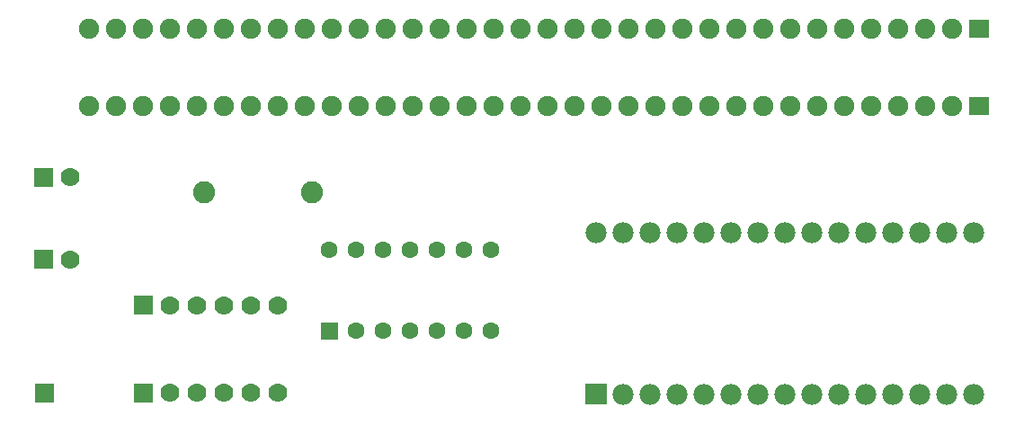
<source format=gbs>
G04 Layer: BottomSolderMaskLayer*
G04 EasyEDA v6.4.17, 2021-03-07T18:10:31--5:00*
G04 e25061b296f74d69aa4e7e1dce6dd44d,c4bdc1ed97a445b28c1ad428ea0dbb50,10*
G04 Gerber Generator version 0.2*
G04 Scale: 100 percent, Rotated: No, Reflected: No *
G04 Dimensions in millimeters *
G04 leading zeros omitted , absolute positions ,4 integer and 5 decimal *
%FSLAX45Y45*%
%MOMM*%

%ADD21C,1.7780*%
%ADD30C,1.9032*%
%ADD32C,1.9812*%
%ADD34C,1.6002*%
%ADD35C,2.0828*%

%LPD*%
D21*
G01*
X3352800Y-8699500D03*
G01*
X3352800Y-9525000D03*
G36*
X1054100Y-7581900D02*
G01*
X1054100Y-7404100D01*
X1231900Y-7404100D01*
X1231900Y-7581900D01*
G37*
G01*
X1397000Y-7493000D03*
G36*
X1054100Y-8356600D02*
G01*
X1054100Y-8178800D01*
X1231900Y-8178800D01*
X1231900Y-8356600D01*
G37*
G01*
X1397000Y-8267700D03*
G01*
X3098800Y-8699500D03*
G01*
X2844800Y-8699500D03*
G01*
X2590800Y-8699500D03*
G01*
X2336800Y-8699500D03*
G36*
X1993900Y-8788400D02*
G01*
X1993900Y-8610600D01*
X2171700Y-8610600D01*
X2171700Y-8788400D01*
G37*
G01*
X3098800Y-9525000D03*
G01*
X2844800Y-9525000D03*
G01*
X2590800Y-9525000D03*
G01*
X2336800Y-9525000D03*
G36*
X1993900Y-9613900D02*
G01*
X1993900Y-9436100D01*
X2171700Y-9436100D01*
X2171700Y-9613900D01*
G37*
G36*
X9861550Y-6906260D02*
G01*
X9861550Y-6733539D01*
X10052050Y-6733539D01*
X10052050Y-6906260D01*
G37*
D30*
G01*
X9702800Y-6819900D03*
G01*
X9448800Y-6819900D03*
G01*
X9194800Y-6819900D03*
G01*
X8940800Y-6819900D03*
G01*
X8686800Y-6819900D03*
G01*
X8432800Y-6819900D03*
G01*
X8178800Y-6819900D03*
G01*
X7924800Y-6819900D03*
G01*
X7670800Y-6819900D03*
G01*
X7416800Y-6819900D03*
G01*
X7162800Y-6819900D03*
G01*
X6908800Y-6819900D03*
G01*
X6654800Y-6819900D03*
G01*
X6400800Y-6819900D03*
G01*
X6146800Y-6819900D03*
G01*
X5892800Y-6819900D03*
G01*
X5638800Y-6819900D03*
G01*
X5384800Y-6819900D03*
G01*
X5130800Y-6819900D03*
G01*
X4876800Y-6819900D03*
G01*
X4622800Y-6819900D03*
G01*
X4368800Y-6819900D03*
G01*
X4114800Y-6819900D03*
G01*
X3860800Y-6819900D03*
G01*
X3606800Y-6819900D03*
G01*
X3352800Y-6819900D03*
G01*
X3098800Y-6819900D03*
G01*
X2844800Y-6819900D03*
G01*
X2590800Y-6819900D03*
G01*
X2336800Y-6819900D03*
G01*
X2082800Y-6819900D03*
G01*
X1828800Y-6819900D03*
G01*
X1574800Y-6819900D03*
G36*
X9861550Y-6182360D02*
G01*
X9861550Y-6009639D01*
X10052050Y-6009639D01*
X10052050Y-6182360D01*
G37*
G01*
X9702800Y-6096000D03*
G01*
X9448800Y-6096000D03*
G01*
X9194800Y-6096000D03*
G01*
X8940800Y-6096000D03*
G01*
X8686800Y-6096000D03*
G01*
X8432800Y-6096000D03*
G01*
X8178800Y-6096000D03*
G01*
X7924800Y-6096000D03*
G01*
X7670800Y-6096000D03*
G01*
X7416800Y-6096000D03*
G01*
X7162800Y-6096000D03*
G01*
X6908800Y-6096000D03*
G01*
X6654800Y-6096000D03*
G01*
X6400800Y-6096000D03*
G01*
X6146800Y-6096000D03*
G01*
X5892800Y-6096000D03*
G01*
X5638800Y-6096000D03*
G01*
X5384800Y-6096000D03*
G01*
X5130800Y-6096000D03*
G01*
X4876800Y-6096000D03*
G01*
X4622800Y-6096000D03*
G01*
X4368800Y-6096000D03*
G01*
X4114800Y-6096000D03*
G01*
X3860800Y-6096000D03*
G01*
X3606800Y-6096000D03*
G01*
X3352800Y-6096000D03*
G01*
X3098800Y-6096000D03*
G01*
X2844800Y-6096000D03*
G01*
X2590800Y-6096000D03*
G01*
X2336800Y-6096000D03*
G01*
X2082800Y-6096000D03*
G01*
X1828800Y-6096000D03*
G01*
X1574800Y-6096000D03*
G36*
X6250940Y-9636760D02*
G01*
X6250940Y-9438639D01*
X6449059Y-9438639D01*
X6449059Y-9636760D01*
G37*
D32*
G01*
X6604000Y-9537700D03*
G01*
X6858000Y-9537700D03*
G01*
X7112000Y-9537700D03*
G01*
X7366000Y-9537700D03*
G01*
X7620000Y-9537700D03*
G01*
X7874000Y-9537700D03*
G01*
X8128000Y-9537700D03*
G01*
X8382000Y-9537700D03*
G01*
X8636000Y-9537700D03*
G01*
X8890000Y-9537700D03*
G01*
X9144000Y-9537700D03*
G01*
X9398000Y-9537700D03*
G01*
X9652000Y-9537700D03*
G01*
X9906000Y-9537700D03*
G01*
X6350000Y-8013700D03*
G01*
X6604000Y-8013700D03*
G01*
X6858000Y-8013700D03*
G01*
X7112000Y-8013700D03*
G01*
X7366000Y-8013700D03*
G01*
X7620000Y-8013700D03*
G01*
X7874000Y-8013700D03*
G01*
X8128000Y-8013700D03*
G01*
X8382000Y-8013700D03*
G01*
X8636000Y-8013700D03*
G01*
X8890000Y-8013700D03*
G01*
X9144000Y-8013700D03*
G01*
X9398000Y-8013700D03*
G01*
X9652000Y-8013700D03*
G01*
X9906000Y-8013700D03*
G36*
X1066800Y-9613900D02*
G01*
X1066800Y-9436100D01*
X1244600Y-9436100D01*
X1244600Y-9613900D01*
G37*
G36*
X3755390Y-9020810D02*
G01*
X3755390Y-8860789D01*
X3915409Y-8860789D01*
X3915409Y-9020810D01*
G37*
D34*
G01*
X4089400Y-8940800D03*
G01*
X4343400Y-8940800D03*
G01*
X4597400Y-8940800D03*
G01*
X4851400Y-8940800D03*
G01*
X5105400Y-8940800D03*
G01*
X5359400Y-8940800D03*
G01*
X5359400Y-8178800D03*
G01*
X5105400Y-8178800D03*
G01*
X4851400Y-8178800D03*
G01*
X4597400Y-8178800D03*
G01*
X4343400Y-8178800D03*
G01*
X4089400Y-8178800D03*
G01*
X3835400Y-8178800D03*
D35*
G01*
X2654300Y-7632700D03*
G01*
X3670300Y-7632700D03*
M02*

</source>
